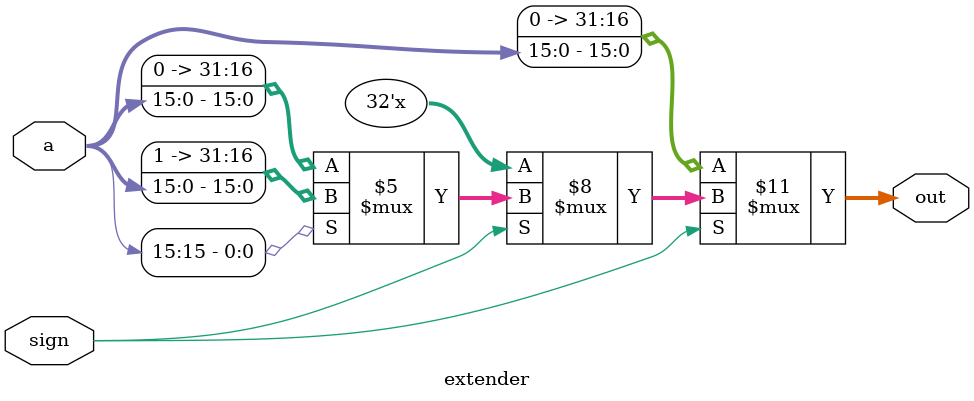
<source format=v>
 
 
// endmodule



module extender(a,sign,out);
	input [15:0] a;
	input sign; //0 means unsigned, 1 means signed
	output reg [31:0] out;

	//begin
	always @* begin	
		if(sign == 0) begin //unsigned
			out = {16'h0000,a};
		end else begin //signed
		//else	
			if (a[15]==1) begin
				out = {16'hFFFF,a};
			end else begin
				out = a;
			end
		end
	end
endmodule

</source>
